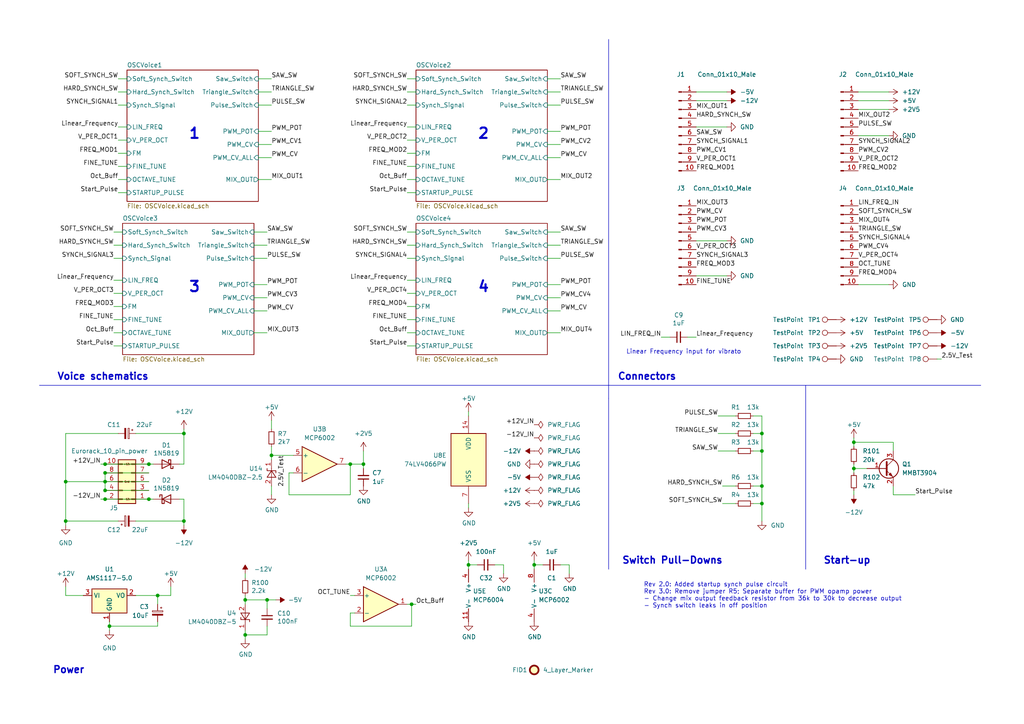
<source format=kicad_sch>
(kicad_sch (version 20230121) (generator eeschema)
  (paper "A4")
  (title_block (title "Quadraphone Components") (date "2023-04-04") (rev "3.0") (company "Mountjoy Modular"))
  (lib_symbols
    (symbol "4xxx:4066" (pin_names (offset 1.016))
      (property "Reference" "U" (at -7.62 8.89 0))
      (property "Value" "4066" (at -7.62 -8.89 0))
      (symbol "4066_1_0"
        (pin passive line (at -7.62 0 0) (length 5.08) (name "~") (number "1"))
        (pin input line (at 0 7.62 270) (length 5.08) (name "~") (number "13"))
        (pin passive line (at 7.62 0 180) (length 5.08) (name "~") (number "2"))
      )
      (symbol "4066_2_0"
        (pin passive line (at 7.62 0 180) (length 5.08) (name "~") (number "3"))
        (pin passive line (at -7.62 0 0) (length 5.08) (name "~") (number "4"))
        (pin input line (at 0 7.62 270) (length 5.08) (name "~") (number "5"))
      )
      (symbol "4066_3_0"
        (pin input line (at 0 7.62 270) (length 5.08) (name "~") (number "6"))
        (pin passive line (at -7.62 0 0) (length 5.08) (name "~") (number "8"))
        (pin passive line (at 7.62 0 180) (length 5.08) (name "~") (number "9"))
      )
      (symbol "4066_4_0"
        (pin passive line (at 7.62 0 180) (length 5.08) (name "~") (number "10"))
        (pin passive line (at -7.62 0 0) (length 5.08) (name "~") (number "11"))
        (pin input line (at 0 7.62 270) (length 5.08) (name "~") (number "12"))
      )
      (symbol "4066_5_0"
        (pin power_in line (at 0 12.7 270) (length 5.08) (name "VDD") (number "14"))
        (pin power_in line (at 0 -12.7 90) (length 5.08) (name "VSS") (number "7"))
      )
    )
    (symbol "Amplifier_Operational:MCP6002-xSN" (pin_names (offset 0.127))
      (property "Reference" "U" (at 0 5.08 0))
      (property "Value" "MCP6002-xSN" (at 0 -5.08 0))
      (symbol "MCP6002-xSN_1_1"
        (pin output line (at 7.62 0 180) (length 2.54) (name "~") (number "1"))
        (pin input line (at -7.62 -2.54 0) (length 2.54) (name "-") (number "2"))
        (pin input line (at -7.62 2.54 0) (length 2.54) (name "+") (number "3"))
      )
      (symbol "MCP6002-xSN_2_1"
        (pin input line (at -7.62 2.54 0) (length 2.54) (name "+") (number "5"))
        (pin input line (at -7.62 -2.54 0) (length 2.54) (name "-") (number "6"))
        (pin output line (at 7.62 0 180) (length 2.54) (name "~") (number "7"))
      )
      (symbol "MCP6002-xSN_3_1"
        (pin power_in line (at -2.54 -7.62 90) (length 3.81) (name "V-") (number "4"))
        (pin power_in line (at -2.54 7.62 270) (length 3.81) (name "V+") (number "8"))
      )
    )
    (symbol "Amplifier_Operational:MCP6004" (pin_names (offset 0.127))
      (property "Reference" "U" (at 0 5.08 0))
      (property "Value" "MCP6004" (at 0 -5.08 0))
      (symbol "MCP6004_1_1"
        (pin output line (at 7.62 0 180) (length 2.54) (name "~") (number "1"))
        (pin input line (at -7.62 -2.54 0) (length 2.54) (name "-") (number "2"))
        (pin input line (at -7.62 2.54 0) (length 2.54) (name "+") (number "3"))
      )
      (symbol "MCP6004_2_1"
        (pin input line (at -7.62 2.54 0) (length 2.54) (name "+") (number "5"))
        (pin input line (at -7.62 -2.54 0) (length 2.54) (name "-") (number "6"))
        (pin output line (at 7.62 0 180) (length 2.54) (name "~") (number "7"))
      )
      (symbol "MCP6004_3_1"
        (pin input line (at -7.62 2.54 0) (length 2.54) (name "+") (number "10"))
        (pin output line (at 7.62 0 180) (length 2.54) (name "~") (number "8"))
        (pin input line (at -7.62 -2.54 0) (length 2.54) (name "-") (number "9"))
      )
      (symbol "MCP6004_4_1"
        (pin input line (at -7.62 2.54 0) (length 2.54) (name "+") (number "12"))
        (pin input line (at -7.62 -2.54 0) (length 2.54) (name "-") (number "13"))
        (pin output line (at 7.62 0 180) (length 2.54) (name "~") (number "14"))
      )
      (symbol "MCP6004_5_1"
        (pin power_in line (at -2.54 -7.62 90) (length 3.81) (name "V-") (number "11"))
        (pin power_in line (at -2.54 7.62 270) (length 3.81) (name "V+") (number "4"))
      )
    )
    (symbol "Connector:Conn_01x10_Pin" (pin_names (offset 1.016) hide)
      (property "Reference" "J" (at 0 12.7 0))
      (property "Value" "Conn_01x10_Pin" (at 0 -15.24 0))
      (symbol "Conn_01x10_Pin_1_1"
        (pin passive line (at 5.08 10.16 180) (length 3.81) (name "Pin_1") (number "1"))
        (pin passive line (at 5.08 -12.7 180) (length 3.81) (name "Pin_10") (number "10"))
        (pin passive line (at 5.08 7.62 180) (length 3.81) (name "Pin_2") (number "2"))
        (pin passive line (at 5.08 5.08 180) (length 3.81) (name "Pin_3") (number "3"))
        (pin passive line (at 5.08 2.54 180) (length 3.81) (name "Pin_4") (number "4"))
        (pin passive line (at 5.08 0 180) (length 3.81) (name "Pin_5") (number "5"))
        (pin passive line (at 5.08 -2.54 180) (length 3.81) (name "Pin_6") (number "6"))
        (pin passive line (at 5.08 -5.08 180) (length 3.81) (name "Pin_7") (number "7"))
        (pin passive line (at 5.08 -7.62 180) (length 3.81) (name "Pin_8") (number "8"))
        (pin passive line (at 5.08 -10.16 180) (length 3.81) (name "Pin_9") (number "9"))
      )
    )
    (symbol "Connector:TestPoint" (pin_numbers hide) (pin_names (offset 0.762) hide)
      (property "Reference" "TP" (at 0 6.858 0))
      (property "Value" "TestPoint" (at 0 5.08 0))
      (symbol "TestPoint_1_1"
        (pin passive line (at 0 0 90) (length 2.54) (name "1") (number "1"))
      )
    )
    (symbol "Device:C_Polarized_Small" (pin_numbers hide) (pin_names (offset 0.254) hide)
      (property "Reference" "C" (at 0.254 1.778 0))
      (property "Value" "C_Polarized_Small" (at 0.254 -2.032 0))
      (symbol "C_Polarized_Small_1_1"
        (pin passive line (at 0 2.54 270) (length 1.8542) (name "~") (number "1"))
        (pin passive line (at 0 -2.54 90) (length 1.8542) (name "~") (number "2"))
      )
    )
    (symbol "Device:C_Small" (pin_numbers hide) (pin_names (offset 0.254) hide)
      (property "Reference" "C" (at 0.254 1.778 0))
      (property "Value" "C_Small" (at 0.254 -2.032 0))
      (symbol "C_Small_1_1"
        (pin passive line (at 0 2.54 270) (length 2.032) (name "~") (number "1"))
        (pin passive line (at 0 -2.54 90) (length 2.032) (name "~") (number "2"))
      )
    )
    (symbol "Device:R_Small" (pin_numbers hide) (pin_names (offset 0.254) hide)
      (property "Reference" "R" (at 0.762 0.508 0))
      (property "Value" "R_Small" (at 0.762 -1.016 0))
      (symbol "R_Small_1_1"
        (pin passive line (at 0 2.54 270) (length 0.762) (name "~") (number "1"))
        (pin passive line (at 0 -2.54 90) (length 0.762) (name "~") (number "2"))
      )
    )
    (symbol "Diode:1N5819" (pin_numbers hide) (pin_names (offset 1.016) hide)
      (property "Reference" "D" (at 0 2.54 0))
      (property "Value" "1N5819" (at 0 -2.54 0))
      (symbol "1N5819_1_1"
        (pin passive line (at -3.81 0 0) (length 2.54) (name "K") (number "1"))
        (pin passive line (at 3.81 0 180) (length 2.54) (name "A") (number "2"))
      )
    )
    (symbol "Eurorack_Header:Eurorack_10_pin_power" (pin_names (offset 1.016) hide)
      (property "Reference" "J" (at 1.27 7.62 0))
      (property "Value" "Eurorack_10_pin_power" (at 1.27 -7.62 0))
      (symbol "Eurorack_10_pin_power_1_0"
        (text "+12v" (at 1.27 -5.08 0) (effects (font (size 0.508 0.508))))
        (text "-12v" (at 1.27 5.08 0) (effects (font (size 0.508 0.508))))
        (text "Gnd" (at 1.27 0 0) (effects (font (size 0.508 0.508))))
      )
      (symbol "Eurorack_10_pin_power_1_1"
        (pin power_in line (at -5.08 5.08 0) (length 3.81) (name "Pin_1") (number "1"))
        (pin passive line (at 7.62 -5.08 180) (length 3.81) (name "Pin_10") (number "10"))
        (pin passive line (at 7.62 5.08 180) (length 3.81) (name "Pin_2") (number "2"))
        (pin passive line (at -5.08 2.54 0) (length 3.81) (name "Pin_3") (number "3"))
        (pin passive line (at 7.62 2.54 180) (length 3.81) (name "Pin_4") (number "4"))
        (pin power_in line (at -5.08 0 0) (length 3.81) (name "Pin_5") (number "5"))
        (pin passive line (at 7.62 0 180) (length 3.81) (name "Pin_6") (number "6"))
        (pin passive line (at -5.08 -2.54 0) (length 3.81) (name "Pin_7") (number "7"))
        (pin passive line (at 7.62 -2.54 180) (length 3.81) (name "Pin_8") (number "8"))
        (pin power_in line (at -5.08 -5.08 0) (length 3.81) (name "Pin_9") (number "9"))
      )
    )
    (symbol "Mechanical:Fiducial"
      (property "Reference" "FID" (at 0 5.08 0))
      (property "Value" "Fiducial" (at 0 3.175 0))
    )
    (symbol "Reference_Voltage:LM4040DBZ-2.5" (pin_names (offset 0.0254) hide)
      (property "Reference" "U" (at 0 2.54 0))
      (property "Value" "LM4040DBZ-2.5" (at 0 -3.175 0))
      (symbol "LM4040DBZ-2.5_1_1"
        (pin passive line (at 3.81 0 180) (length 2.54) (name "K") (number "1"))
        (pin passive line (at -3.81 0 0) (length 2.54) (name "A") (number "2"))
      )
    )
    (symbol "Reference_Voltage:LM4040DBZ-5" (pin_names (offset 0.0254) hide)
      (property "Reference" "U" (at 0 2.54 0))
      (property "Value" "LM4040DBZ-5" (at 0 -3.175 0))
      (symbol "LM4040DBZ-5_1_1"
        (pin passive line (at 3.81 0 180) (length 2.54) (name "K") (number "1"))
        (pin passive line (at -3.81 0 0) (length 2.54) (name "A") (number "2"))
      )
    )
    (symbol "Regulator_Linear:AMS1117-5.0"
      (property "Reference" "U" (at -3.81 3.175 0))
      (property "Value" "AMS1117-5.0" (at 0 3.175 0))
      (symbol "AMS1117-5.0_1_1"
        (pin power_in line (at 0 -7.62 90) (length 2.54) (name "GND") (number "1"))
        (pin power_out line (at 7.62 0 180) (length 2.54) (name "VO") (number "2"))
        (pin power_in line (at -7.62 0 0) (length 2.54) (name "VI") (number "3"))
      )
    )
    (symbol "Transistor_BJT:MMBT3904" (pin_names (offset 0) hide)
      (property "Reference" "Q" (at 5.08 1.905 0))
      (property "Value" "MMBT3904" (at 5.08 0 0))
      (symbol "MMBT3904_1_1"
        (pin input line (at -5.08 0 0) (length 5.715) (name "B") (number "1"))
        (pin passive line (at 2.54 -5.08 90) (length 2.54) (name "E") (number "2"))
        (pin passive line (at 2.54 5.08 270) (length 2.54) (name "C") (number "3"))
      )
    )
    (symbol "power:+12V" (power) (pin_names (offset 0))
      (property "Value" "+12V" (at 0 3.556 0))
      (symbol "+12V_1_1"
        (pin power_in line (at 0 0 90) (length 0) hide (name "+12V") (number "1"))
      )
    )
    (symbol "power:+2V5" (power) (pin_names (offset 0))
      (property "Value" "+2V5" (at 0 3.556 0))
      (symbol "+2V5_1_1"
        (pin power_in line (at 0 0 90) (length 0) hide (name "+2V5") (number "1"))
      )
    )
    (symbol "power:+5V" (power) (pin_names (offset 0))
      (property "Value" "+5V" (at 0 3.556 0))
      (symbol "+5V_1_1"
        (pin power_in line (at 0 0 90) (length 0) hide (name "+5V") (number "1"))
      )
    )
    (symbol "power:-12V" (power) (pin_names (offset 0))
      (property "Value" "-12V" (at 0 3.81 0))
      (symbol "-12V_0_0"
        (pin power_in line (at 0 0 90) (length 0) hide (name "-12V") (number "1"))
      )
    )
    (symbol "power:-5V" (power) (pin_names (offset 0))
      (property "Value" "-5V" (at 0 3.81 0))
      (symbol "-5V_0_0"
        (pin power_in line (at 0 0 90) (length 0) hide (name "-5V") (number "1"))
      )
    )
    (symbol "power:GND" (power) (pin_names (offset 0))
      (property "Value" "GND" (at 0 -3.81 0))
      (symbol "GND_1_1"
        (pin power_in line (at 0 0 270) (length 0) hide (name "GND") (number "1"))
      )
    )
    (symbol "power:PWR_FLAG" (power) (pin_numbers hide) (pin_names (offset 0) hide)
      (property "Value" "PWR_FLAG" (at 0 3.81 0))
      (symbol "PWR_FLAG_0_0"
        (pin power_out line (at 0 0 90) (length 0) (name "pwr") (number "1"))
      )
    )
  )
  (junction (at 135.89 163.83))
  (junction (at 220.98 140.97))
  (junction (at 19.05 139.7))
  (junction (at 220.98 125.73))
  (junction (at 30.48 134.62))
  (junction (at 30.48 139.7))
  (junction (at 247.65 128.27))
  (junction (at 30.48 142.24))
  (junction (at 105.41 134.62))
  (junction (at 45.72 172.72))
  (junction (at 77.47 173.99))
  (junction (at 119.38 175.26))
  (junction (at 43.18 144.78))
  (junction (at 19.05 151.13))
  (junction (at 220.98 130.81))
  (junction (at 247.65 135.89))
  (junction (at 78.74 132.08))
  (junction (at 31.75 181.61))
  (junction (at 30.48 144.78))
  (junction (at 30.48 137.16))
  (junction (at 220.98 146.05))
  (junction (at 71.12 173.99))
  (junction (at 53.34 151.13))
  (junction (at 71.12 184.15))
  (junction (at 53.34 125.73))
  (junction (at 154.94 163.83))
  (junction (at 101.6 134.62))
  (junction (at 43.18 134.62))
  (wire (pts (xy 101.6 181.61) (xy 101.6 177.8)))
  (wire (pts (xy 101.6 143.51) (xy 83.82 143.51)))
  (wire (pts (xy 33.02 88.9) (xy 35.56 88.9)))
  (wire (pts (xy 154.94 162.56) (xy 154.94 163.83)))
  (wire (pts (xy 210.82 36.83) (xy 201.93 36.83)))
  (wire (pts (xy 101.6 134.62) (xy 105.41 134.62)))
  (wire (pts (xy 33.02 81.28) (xy 35.56 81.28)))
  (wire (pts (xy 74.93 38.1) (xy 78.74 38.1)))
  (wire (pts (xy 83.82 137.16) (xy 85.09 137.16)))
  (wire (pts (xy 73.66 71.12) (xy 77.47 71.12)))
  (wire (pts (xy 165.1 163.83) (xy 165.1 166.37)))
  (wire (pts (xy 78.74 140.97) (xy 78.74 143.51)))
  (wire (pts (xy 52.07 134.62) (xy 53.34 134.62)))
  (wire (pts (xy 34.29 44.45) (xy 36.83 44.45)))
  (wire (pts (xy 19.05 139.7) (xy 30.48 139.7)))
  (wire (pts (xy 118.11 71.12) (xy 120.65 71.12)))
  (wire (pts (xy 74.93 30.48) (xy 78.74 30.48)))
  (wire (pts (xy 118.11 40.64) (xy 120.65 40.64)))
  (wire (pts (xy 135.89 163.83) (xy 138.43 163.83)))
  (wire (pts (xy 218.44 125.73) (xy 220.98 125.73)))
  (wire (pts (xy 74.93 41.91) (xy 78.74 41.91)))
  (wire (pts (xy 218.44 140.97) (xy 220.98 140.97)))
  (wire (pts (xy 220.98 146.05) (xy 220.98 151.13)))
  (wire (pts (xy 33.02 74.93) (xy 35.56 74.93)))
  (wire (pts (xy 34.29 55.88) (xy 36.83 55.88)))
  (wire (pts (xy 158.75 26.67) (xy 162.56 26.67)))
  (wire (pts (xy 45.72 172.72) (xy 49.53 172.72)))
  (wire (pts (xy 45.72 172.72) (xy 45.72 175.26)))
  (wire (pts (xy 30.48 137.16) (xy 30.48 139.7)))
  (wire (pts (xy 210.82 69.85) (xy 201.93 69.85)))
  (wire (pts (xy 118.11 92.71) (xy 120.65 92.71)))
  (wire (pts (xy 77.47 173.99) (xy 77.47 176.53)))
  (wire (pts (xy 257.81 29.21) (xy 248.92 29.21)))
  (wire (pts (xy 74.93 26.67) (xy 78.74 26.67)))
  (wire (pts (xy 158.75 67.31) (xy 162.56 67.31)))
  (wire (pts (xy 71.12 173.99) (xy 71.12 175.26)))
  (wire (pts (xy 118.11 88.9) (xy 120.65 88.9)))
  (wire (pts (xy 43.18 144.78) (xy 44.45 144.78)))
  (wire (pts (xy 34.29 40.64) (xy 36.83 40.64)))
  (wire (pts (xy 101.6 134.62) (xy 101.6 143.51)))
  (wire (pts (xy 158.75 41.91) (xy 162.56 41.91)))
  (wire (pts (xy 80.01 173.99) (xy 77.47 173.99)))
  (wire (pts (xy 162.56 163.83) (xy 165.1 163.83)))
  (wire (pts (xy 43.18 134.62) (xy 44.45 134.62)))
  (wire (pts (xy 105.41 134.62) (xy 105.41 135.89)))
  (wire (pts (xy 29.21 134.62) (xy 30.48 134.62)))
  (wire (pts (xy 19.05 152.4) (xy 19.05 151.13)))
  (wire (pts (xy 52.07 144.78) (xy 53.34 144.78)))
  (wire (pts (xy 208.28 125.73) (xy 213.36 125.73)))
  (wire (pts (xy 208.28 120.65) (xy 213.36 120.65)))
  (wire (pts (xy 19.05 170.18) (xy 19.05 172.72)))
  (wire (pts (xy 271.78 104.14) (xy 273.05 104.14)))
  (wire (pts (xy 247.65 128.27) (xy 247.65 129.54)))
  (wire (pts (xy 77.47 173.99) (xy 71.12 173.99)))
  (wire (pts (xy 199.39 97.79) (xy 201.93 97.79)))
  (wire (pts (xy 158.75 86.36) (xy 162.56 86.36)))
  (wire (pts (xy 118.11 30.48) (xy 120.65 30.48)))
  (wire (pts (xy 39.37 125.73) (xy 53.34 125.73)))
  (wire (pts (xy 33.02 100.33) (xy 35.56 100.33)))
  (wire (pts (xy 74.93 52.07) (xy 78.74 52.07)))
  (wire (pts (xy 43.18 142.24) (xy 30.48 142.24)))
  (wire (pts (xy 218.44 146.05) (xy 220.98 146.05)))
  (wire (pts (xy 146.05 163.83) (xy 146.05 166.37)))
  (wire (pts (xy 135.89 163.83) (xy 135.89 165.1)))
  (wire (pts (xy 191.77 97.79) (xy 194.31 97.79)))
  (wire (pts (xy 78.74 132.08) (xy 78.74 133.35)))
  (wire (pts (xy 30.48 139.7) (xy 30.48 142.24)))
  (wire (pts (xy 118.11 55.88) (xy 120.65 55.88)))
  (wire (pts (xy 33.02 85.09) (xy 35.56 85.09)))
  (wire (pts (xy 158.75 38.1) (xy 162.56 38.1)))
  (wire (pts (xy 30.48 134.62) (xy 43.18 134.62)))
  (wire (pts (xy 118.11 85.09) (xy 120.65 85.09)))
  (wire (pts (xy 73.66 90.17) (xy 77.47 90.17)))
  (wire (pts (xy 29.21 144.78) (xy 30.48 144.78)))
  (wire (pts (xy 74.93 22.86) (xy 78.74 22.86)))
  (wire (pts (xy 210.82 80.01) (xy 201.93 80.01)))
  (wire (pts (xy 118.11 44.45) (xy 120.65 44.45)))
  (wire (pts (xy 34.29 52.07) (xy 36.83 52.07)))
  (wire (pts (xy 158.75 52.07) (xy 162.56 52.07)))
  (wire (pts (xy 73.66 74.93) (xy 77.47 74.93)))
  (wire (pts (xy 158.75 22.86) (xy 162.56 22.86)))
  (wire (pts (xy 119.38 175.26) (xy 119.38 181.61)))
  (wire (pts (xy 158.75 71.12) (xy 162.56 71.12)))
  (wire (pts (xy 218.44 130.81) (xy 220.98 130.81)))
  (wire (pts (xy 259.08 128.27) (xy 259.08 130.81)))
  (wire (pts (xy 45.72 181.61) (xy 31.75 181.61)))
  (wire (pts (xy 118.11 100.33) (xy 120.65 100.33)))
  (wire (pts (xy 220.98 125.73) (xy 220.98 130.81)))
  (wire (pts (xy 218.44 120.65) (xy 220.98 120.65)))
  (wire (pts (xy 53.34 144.78) (xy 53.34 151.13)))
  (wire (pts (xy 74.93 45.72) (xy 78.74 45.72)))
  (wire (pts (xy 158.75 96.52) (xy 162.56 96.52)))
  (wire (pts (xy 53.34 134.62) (xy 53.34 125.73)))
  (wire (pts (xy 247.65 127) (xy 247.65 128.27)))
  (wire (pts (xy 158.75 82.55) (xy 162.56 82.55)))
  (wire (pts (xy 257.81 82.55) (xy 248.92 82.55)))
  (wire (pts (xy 34.29 30.48) (xy 36.83 30.48)))
  (polyline (pts (xy 176.53 165.1) (xy 176.53 115.57)))
  (wire (pts (xy 33.02 67.31) (xy 35.56 67.31)))
  (wire (pts (xy 118.11 81.28) (xy 120.65 81.28)))
  (wire (pts (xy 247.65 135.89) (xy 247.65 137.16)))
  (wire (pts (xy 30.48 139.7) (xy 43.18 139.7)))
  (polyline (pts (xy 11.43 111.76) (xy 176.53 111.76)))
  (wire (pts (xy 53.34 124.46) (xy 53.34 125.73)))
  (wire (pts (xy 71.12 172.72) (xy 71.12 173.99)))
  (wire (pts (xy 19.05 151.13) (xy 34.29 151.13)))
  (wire (pts (xy 83.82 143.51) (xy 83.82 137.16)))
  (wire (pts (xy 119.38 181.61) (xy 101.6 181.61)))
  (wire (pts (xy 45.72 180.34) (xy 45.72 181.61)))
  (wire (pts (xy 71.12 182.88) (xy 71.12 184.15)))
  (wire (pts (xy 143.51 163.83) (xy 146.05 163.83)))
  (wire (pts (xy 257.81 39.37) (xy 248.92 39.37)))
  (wire (pts (xy 71.12 184.15) (xy 77.47 184.15)))
  (wire (pts (xy 34.29 22.86) (xy 36.83 22.86)))
  (wire (pts (xy 210.82 26.67) (xy 201.93 26.67)))
  (wire (pts (xy 34.29 26.67) (xy 36.83 26.67)))
  (wire (pts (xy 30.48 144.78) (xy 43.18 144.78)))
  (wire (pts (xy 118.11 22.86) (xy 120.65 22.86)))
  (wire (pts (xy 78.74 132.08) (xy 85.09 132.08)))
  (wire (pts (xy 78.74 121.92) (xy 78.74 124.46)))
  (wire (pts (xy 49.53 172.72) (xy 49.53 170.18)))
  (wire (pts (xy 154.94 165.1) (xy 154.94 163.83)))
  (wire (pts (xy 34.29 48.26) (xy 36.83 48.26)))
  (wire (pts (xy 19.05 139.7) (xy 19.05 151.13)))
  (wire (pts (xy 158.75 45.72) (xy 162.56 45.72)))
  (polyline (pts (xy 176.53 111.76) (xy 284.48 111.76)))
  (wire (pts (xy 71.12 184.15) (xy 71.12 185.42)))
  (wire (pts (xy 247.65 135.89) (xy 251.46 135.89)))
  (wire (pts (xy 118.11 175.26) (xy 119.38 175.26)))
  (wire (pts (xy 77.47 181.61) (xy 77.47 184.15)))
  (wire (pts (xy 118.11 48.26) (xy 120.65 48.26)))
  (wire (pts (xy 158.75 30.48) (xy 162.56 30.48)))
  (wire (pts (xy 208.28 130.81) (xy 213.36 130.81)))
  (wire (pts (xy 220.98 120.65) (xy 220.98 125.73)))
  (wire (pts (xy 259.08 140.97) (xy 259.08 143.51)))
  (wire (pts (xy 257.81 31.75) (xy 248.92 31.75)))
  (wire (pts (xy 247.65 142.24) (xy 247.65 143.51)))
  (wire (pts (xy 19.05 172.72) (xy 24.13 172.72)))
  (wire (pts (xy 209.55 146.05) (xy 213.36 146.05)))
  (wire (pts (xy 247.65 128.27) (xy 259.08 128.27)))
  (wire (pts (xy 73.66 67.31) (xy 77.47 67.31)))
  (wire (pts (xy 119.38 175.26) (xy 120.65 175.26)))
  (wire (pts (xy 102.87 172.72) (xy 101.6 172.72)))
  (wire (pts (xy 247.65 134.62) (xy 247.65 135.89)))
  (wire (pts (xy 220.98 130.81) (xy 220.98 140.97)))
  (wire (pts (xy 118.11 52.07) (xy 120.65 52.07)))
  (wire (pts (xy 105.41 130.81) (xy 105.41 134.62)))
  (wire (pts (xy 118.11 26.67) (xy 120.65 26.67)))
  (wire (pts (xy 209.55 140.97) (xy 213.36 140.97)))
  (wire (pts (xy 43.18 137.16) (xy 30.48 137.16)))
  (polyline (pts (xy 233.68 165.1) (xy 233.68 111.76)))
  (wire (pts (xy 158.75 74.93) (xy 162.56 74.93)))
  (wire (pts (xy 154.94 163.83) (xy 157.48 163.83)))
  (wire (pts (xy 53.34 151.13) (xy 53.34 152.4)))
  (wire (pts (xy 31.75 181.61) (xy 31.75 182.88)))
  (wire (pts (xy 19.05 125.73) (xy 19.05 139.7)))
  (wire (pts (xy 73.66 82.55) (xy 77.47 82.55)))
  (wire (pts (xy 39.37 172.72) (xy 45.72 172.72)))
  (wire (pts (xy 259.08 143.51) (xy 265.43 143.51)))
  (wire (pts (xy 135.89 146.05) (xy 135.89 147.32)))
  (wire (pts (xy 210.82 29.21) (xy 201.93 29.21)))
  (wire (pts (xy 118.11 67.31) (xy 120.65 67.31)))
  (wire (pts (xy 257.81 26.67) (xy 248.92 26.67)))
  (wire (pts (xy 100.33 134.62) (xy 101.6 134.62)))
  (wire (pts (xy 135.89 162.56) (xy 135.89 163.83)))
  (wire (pts (xy 220.98 140.97) (xy 220.98 146.05)))
  (wire (pts (xy 19.05 125.73) (xy 34.29 125.73)))
  (wire (pts (xy 118.11 36.83) (xy 120.65 36.83)))
  (wire (pts (xy 73.66 86.36) (xy 77.47 86.36)))
  (wire (pts (xy 118.11 74.93) (xy 120.65 74.93)))
  (wire (pts (xy 118.11 96.52) (xy 120.65 96.52)))
  (wire (pts (xy 78.74 129.54) (xy 78.74 132.08)))
  (wire (pts (xy 135.89 119.38) (xy 135.89 120.65)))
  (wire (pts (xy 71.12 166.37) (xy 71.12 167.64)))
  (wire (pts (xy 34.29 36.83) (xy 36.83 36.83)))
  (wire (pts (xy 33.02 92.71) (xy 35.56 92.71)))
  (wire (pts (xy 31.75 180.34) (xy 31.75 181.61)))
  (wire (pts (xy 33.02 96.52) (xy 35.56 96.52)))
  (wire (pts (xy 39.37 151.13) (xy 53.34 151.13)))
  (wire (pts (xy 33.02 71.12) (xy 35.56 71.12)))
  (polyline (pts (xy 176.53 11.43) (xy 176.53 115.57)))
  (wire (pts (xy 158.75 90.17) (xy 162.56 90.17)))
  (wire (pts (xy 73.66 96.52) (xy 77.47 96.52)))
  (wire (pts (xy 101.6 177.8) (xy 102.87 177.8)))
  (text "Rev 2.0: Added startup synch pulse circuit\nRev 3.0: Remove jumper R5; Separate buffer for PWM opamp power\n- Change mix output feedback resistor from 36k to 30k to decrease output\n- Synch switch leaks in off position" (at 186.69 176.53 0) (effects (font (size 1.27 1.27)) (justify left bottom)))
  (text "Linear Frequency input for vibrato" (at 181.61 102.87 0) (effects (font (size 1.27 1.27)) (justify left bottom)))
  (text "3" (at 54.61 85.09 0) (effects (font (size 3 3) (thickness 0.6) bold) (justify left bottom)))
  (text "Start-up" (at 238.76 163.83 0) (effects (font (size 2 2) (thickness 0.4) bold) (justify left bottom)))
  (text "Switch Pull-Downs" (at 180.34 163.83 0) (effects (font (size 2 2) (thickness 0.4) bold) (justify left bottom)))
  (text "Connectors" (at 179.07 110.49 0) (effects (font (size 2 2) (thickness 0.4) bold) (justify left bottom)))
  (text "Power" (at 15.24 195.58 0) (effects (font (size 2 2) (thickness 0.4) bold) (justify left bottom)))
  (text "4" (at 138.43 85.09 0) (effects (font (size 3 3) (thickness 0.6) bold) (justify left bottom)))
  (text "2" (at 138.43 40.64 0) (effects (font (size 3 3) (thickness 0.6) bold) (justify left bottom)))
  (text "1" (at 54.61 40.64 0) (effects (font (size 3 3) (thickness 0.6) bold) (justify left bottom)))
  (text "Voice schematics" (at 16.51 110.49 0) (effects (font (size 2 2) (thickness 0.4) bold) (justify left bottom)))
  (label "PWM_CV3" (at 201.93 67.31 0))
  (label "PWM_POT" (at 162.56 82.55 0))
  (label "2.5V_Test" (at 82.55 132.08 270))
  (label "HARD_SYNCH_SW" (at 118.11 71.12 180))
  (label "SAW_SW" (at 77.47 67.31 0))
  (label "Oct_Buff" (at 120.65 175.26 0))
  (label "SYNCH_SIGNAL2" (at 118.11 30.48 180))
  (label "PWM_CV1" (at 78.74 41.91 0))
  (label "PULSE_SW" (at 208.28 120.65 180))
  (label "MIX_OUT1" (at 78.74 52.07 0))
  (label "Start_Pulse" (at 118.11 55.88 180))
  (label "Linear_Frequency" (at 118.11 81.28 180))
  (label "SYNCH_SIGNAL4" (at 248.92 69.85 0))
  (label "OCT_TUNE" (at 248.92 77.47 0))
  (label "TRIANGLE_SW" (at 162.56 71.12 0))
  (label "Linear_Frequency" (at 201.93 97.79 0))
  (label "Oct_Buff" (at 118.11 52.07 180))
  (label "V_PER_OCT2" (at 118.11 40.64 180))
  (label "SOFT_SYNCH_SW" (at 34.29 22.86 180))
  (label "SYNCH_SIGNAL4" (at 118.11 74.93 180))
  (label "TRIANGLE_SW" (at 77.47 71.12 0))
  (label "PULSE_SW" (at 77.47 74.93 0))
  (label "FINE_TUNE" (at 33.02 92.71 180))
  (label "PULSE_SW" (at 162.56 30.48 0))
  (label "V_PER_OCT1" (at 34.29 40.64 180))
  (label "SYNCH_SIGNAL2" (at 248.92 41.91 0))
  (label "HARD_SYNCH_SW" (at 201.93 34.29 0))
  (label "SYNCH_SIGNAL1" (at 34.29 30.48 180))
  (label "V_PER_OCT3" (at 201.93 72.39 0))
  (label "MIX_OUT4" (at 248.92 64.77 0))
  (label "V_PER_OCT4" (at 248.92 74.93 0))
  (label "TRIANGLE_SW" (at 162.56 26.67 0))
  (label "SYNCH_SIGNAL3" (at 201.93 74.93 0))
  (label "PWM_POT" (at 201.93 64.77 0))
  (label "FREQ_MOD3" (at 201.93 77.47 0))
  (label "SOFT_SYNCH_SW" (at 118.11 22.86 180))
  (label "PULSE_SW" (at 78.74 30.48 0))
  (label "V_PER_OCT4" (at 118.11 85.09 180))
  (label "PWM_CV" (at 78.74 45.72 0))
  (label "TRIANGLE_SW" (at 208.28 125.73 180))
  (label "+12V_IN" (at 154.94 123.19 180))
  (label "V_PER_OCT1" (at 201.93 46.99 0))
  (label "MIX_OUT2" (at 162.56 52.07 0))
  (label "PWM_CV" (at 77.47 90.17 0))
  (label "PWM_POT" (at 162.56 38.1 0))
  (label "-12V_IN" (at 29.21 144.78 180))
  (label "TRIANGLE_SW" (at 78.74 26.67 0))
  (label "SOFT_SYNCH_SW" (at 209.55 146.05 180))
  (label "Linear_Frequency" (at 118.11 36.83 180))
  (label "PULSE_SW" (at 248.92 36.83 0))
  (label "SAW_SW" (at 208.28 130.81 180))
  (label "+12V_IN" (at 29.21 134.62 180))
  (label "Oct_Buff" (at 118.11 96.52 180))
  (label "FREQ_MOD4" (at 118.11 88.9 180))
  (label "OCT_TUNE" (at 101.6 172.72 180))
  (label "Start_Pulse" (at 34.29 55.88 180))
  (label "Oct_Buff" (at 33.02 96.52 180))
  (label "Start_Pulse" (at 265.43 143.51 0))
  (label "SYNCH_SIGNAL1" (at 201.93 41.91 0))
  (label "PWM_CV4" (at 248.92 72.39 0))
  (label "FINE_TUNE" (at 118.11 92.71 180))
  (label "HARD_SYNCH_SW" (at 34.29 26.67 180))
  (label "PWM_POT" (at 77.47 82.55 0))
  (label "FINE_TUNE" (at 118.11 48.26 180))
  (label "LIN_FREQ_IN" (at 191.77 97.79 180))
  (label "PWM_CV3" (at 77.47 86.36 0))
  (label "Start_Pulse" (at 33.02 100.33 180))
  (label "SYNCH_SIGNAL3" (at 33.02 74.93 180))
  (label "FREQ_MOD1" (at 34.29 44.45 180))
  (label "SAW_SW" (at 162.56 67.31 0))
  (label "Oct_Buff" (at 34.29 52.07 180))
  (label "PWM_CV" (at 201.93 62.23 0))
  (label "FREQ_MOD3" (at 33.02 88.9 180))
  (label "V_PER_OCT3" (at 33.02 85.09 180))
  (label "PULSE_SW" (at 162.56 74.93 0))
  (label "FREQ_MOD1" (at 201.93 49.53 0))
  (label "MIX_OUT1" (at 201.93 31.75 0))
  (label "SAW_SW" (at 78.74 22.86 0))
  (label "MIX_OUT3" (at 77.47 96.52 0))
  (label "HARD_SYNCH_SW" (at 118.11 26.67 180))
  (label "PWM_CV" (at 162.56 45.72 0))
  (label "FREQ_MOD2" (at 118.11 44.45 180))
  (label "SOFT_SYNCH_SW" (at 33.02 67.31 180))
  (label "PWM_CV2" (at 248.92 44.45 0))
  (label "MIX_OUT2" (at 248.92 34.29 0))
  (label "Linear_Frequency" (at 33.02 81.28 180))
  (label "FREQ_MOD2" (at 248.92 49.53 0))
  (label "FREQ_MOD4" (at 248.92 80.01 0))
  (label "HARD_SYNCH_SW" (at 209.55 140.97 180))
  (label "PWM_CV1" (at 201.93 44.45 0))
  (label "SOFT_SYNCH_SW" (at 248.92 62.23 0))
  (label "SAW_SW" (at 201.93 39.37 0))
  (label "PWM_CV4" (at 162.56 86.36 0))
  (label "MIX_OUT4" (at 162.56 96.52 0))
  (label "HARD_SYNCH_SW" (at 33.02 71.12 180))
  (label "FINE_TUNE" (at 201.93 82.55 0))
  (label "-12V_IN" (at 154.94 127 180))
  (label "PWM_CV2" (at 162.56 41.91 0))
  (label "Start_Pulse" (at 118.11 100.33 180))
  (label "LIN_FREQ_IN" (at 248.92 59.69 0))
  (label "MIX_OUT3" (at 201.93 59.69 0))
  (label "TRIANGLE_SW" (at 248.92 67.31 0))
  (label "2.5V_Test" (at 273.05 104.14 0))
  (label "SAW_SW" (at 162.56 22.86 0))
  (label "FINE_TUNE" (at 34.29 48.26 180))
  (label "PWM_CV" (at 162.56 90.17 0))
  (label "PWM_POT" (at 78.74 38.1 0))
  (label "Linear_Frequency" (at 34.29 36.83 180))
  (label "V_PER_OCT2" (at 248.92 46.99 0))
  (label "SOFT_SYNCH_SW" (at 118.11 67.31 180))
  (symbol (lib_id "Eurorack_Header:Eurorack_10_pin_power") (at 38.1 139.7 180) (unit 1)
    (property "Reference" "J5" (at 33.02 147.32 0))
    (property "Value" "Eurorack_10_pin_power" (at 31.75 130.81 0))
    (property "Footprint" "Custom_Footprints:Eurorack_10_pin_header" (effects hide))
  )
  (symbol (lib_id "power:+5V") (at 49.53 170.18 0) (unit 1)
    (property "Reference" "#PWR03" (effects hide))
    (property "Value" "+5V" (at 49.53 166.37 0))
  )
  (symbol (lib_id "4xxx:4066") (at 135.89 133.35 0) (unit 5)
    (property "Reference" "U8" (at 129.54 132.0799 0) (effects (justify right)))
    (property "Value" "74LV4066PW" (at 129.54 134.6199 0) (effects (justify right)))
    (property "Footprint" "Package_SO:TSSOP-14_4.4x5mm_P0.65mm" (effects hide))
    (property "Datasheet" "http://www.ti.com/lit/ds/symlink/cd4066b.pdf" (effects hide))
  )
  (symbol (lib_id "Amplifier_Operational:MCP6002-xSN") (at 110.49 175.26 0) (unit 1)
    (property "Reference" "U3" (at 110.49 165.1 0))
    (property "Value" "MCP6002" (at 110.49 167.64 0))
    (property "Footprint" "Package_SO:SOIC-8_3.9x4.9mm_P1.27mm" (effects hide))
    (property "Datasheet" "http://ww1.microchip.com/downloads/en/DeviceDoc/21733j.pdf" (effects hide))
  )
  (symbol (lib_id "power:GND") (at 135.89 180.34 0) (unit 1)
    (property "Reference" "#PWR028" (effects hide))
    (property "Value" "GND" (at 136.017 184.7342 0))
  )
  (symbol (lib_id "power:-12V") (at 53.34 152.4 180) (unit 1)
    (property "Reference" "#PWR025" (effects hide))
    (property "Value" "-12V" (at 53.34 157.48 0))
  )
  (symbol (lib_id "power:PWR_FLAG") (at 154.94 123.19 270) (unit 1)
    (property "Reference" "#FLG0101" (effects hide))
    (property "Value" "PWR_FLAG" (at 158.75 123.19 90) (effects (justify left)))
  )
  (symbol (lib_id "power:GND") (at 105.41 140.97 0) (unit 1)
    (property "Reference" "#PWR0101" (effects hide))
    (property "Value" "GND" (at 105.537 145.3642 0))
  )
  (symbol (lib_id "power:PWR_FLAG") (at 154.94 134.62 270) (unit 1)
    (property "Reference" "#FLG0103" (effects hide))
    (property "Value" "PWR_FLAG" (at 158.75 134.62 90) (effects (justify left)))
  )
  (symbol (lib_id "power:GND") (at 257.81 39.37 90) (unit 1)
    (property "Reference" "#PWR018" (effects hide))
    (property "Value" "GND" (at 261.62 39.3699 90) (effects (justify right)))
  )
  (symbol (lib_id "Device:C_Polarized_Small") (at 36.83 125.73 270) (unit 1)
    (property "Reference" "C11" (at 33.02 123.19 90))
    (property "Value" "22uF" (at 41.91 123.19 90))
    (property "Footprint" "Capacitor_SMD:CP_Elec_4x5.8" (effects hide))
  )
  (symbol (lib_id "power:-12V") (at 71.12 166.37 0) (unit 1)
    (property "Reference" "#PWR010" (effects hide))
    (property "Value" "-12V" (at 73.66 165.0999 0) (effects (justify left)))
  )
  (symbol (lib_id "power:+5V") (at 247.65 127 0) (unit 1)
    (property "Reference" "#PWR0141" (effects hide))
    (property "Value" "+5V" (at 247.65 123.19 0))
  )
  (symbol (lib_id "power:PWR_FLAG") (at 154.94 138.43 270) (unit 1)
    (property "Reference" "#FLG0105" (effects hide))
    (property "Value" "PWR_FLAG" (at 158.75 138.43 90) (effects (justify left)))
  )
  (symbol (lib_id "power:+2V5") (at 257.81 31.75 270) (unit 1)
    (property "Reference" "#PWR019" (effects hide))
    (property "Value" "+2V5" (at 261.62 31.7499 90) (effects (justify left)))
  )
  (symbol (lib_id "Connector:Conn_01x10_Pin") (at 196.85 69.85 0) (unit 1)
    (property "Reference" "J3" (at 197.485 54.61 0))
    (property "Value" "Conn_01x10_Male" (at 209.55 54.61 0))
    (property "Footprint" "Connector_PinHeader_2.54mm:PinHeader_1x10_P2.54mm_Vertical" (effects hide))
  )
  (symbol (lib_id "Device:R_Small") (at 215.9 125.73 270) (unit 1)
    (property "Reference" "R2" (at 213.36 123.19 90))
    (property "Value" "13k" (at 218.44 123.19 90))
    (property "Footprint" "Resistor_SMD:R_0603_1608Metric" (effects hide))
  )
  (symbol (lib_id "power:+12V") (at 19.05 170.18 0) (mirror y) (unit 1)
    (property "Reference" "#PWR02" (effects hide))
    (property "Value" "+12V" (at 19.05 166.37 0))
  )
  (symbol (lib_id "Connector:Conn_01x10_Pin") (at 243.84 36.83 0) (unit 1)
    (property "Reference" "J2" (at 244.475 21.59 0))
    (property "Value" "Conn_01x10_Male" (at 256.54 21.59 0))
    (property "Footprint" "Connector_PinHeader_2.54mm:PinHeader_1x10_P2.54mm_Vertical" (effects hide))
  )
  (symbol (lib_id "Connector:TestPoint") (at 271.78 100.33 90) (unit 1) (in_bom no)
    (property "Reference" "TP7" (at 265.43 100.33 90))
    (property "Value" "TestPoint" (at 257.81 100.33 90))
    (property "Footprint" "Custom_Footprints:1.3mm_Test_Point" (effects hide))
  )
  (symbol (lib_id "Connector:TestPoint") (at 242.57 100.33 90) (unit 1) (in_bom no)
    (property "Reference" "TP3" (at 236.22 100.33 90))
    (property "Value" "TestPoint" (at 228.6 100.33 90))
    (property "Footprint" "Custom_Footprints:1.3mm_Test_Point" (effects hide))
  )
  (symbol (lib_id "power:GND") (at 146.05 166.37 0) (unit 1)
    (property "Reference" "#PWR013" (effects hide))
    (property "Value" "GND" (at 146.177 170.7642 0))
  )
  (symbol (lib_id "power:+2V5") (at 105.41 130.81 0) (unit 1)
    (property "Reference" "#PWR011" (effects hide))
    (property "Value" "+2V5" (at 105.41 125.73 0))
  )
  (symbol (lib_id "power:+2V5") (at 135.89 162.56 0) (unit 1)
    (property "Reference" "#PWR027" (effects hide))
    (property "Value" "+2V5" (at 135.89 157.48 0))
  )
  (symbol (lib_id "Device:C_Small") (at 105.41 138.43 180) (unit 1)
    (property "Reference" "C7" (at 107.95 137.1535 0) (effects (justify right)))
    (property "Value" "1uF" (at 107.95 139.6935 0) (effects (justify right)))
    (property "Footprint" "Capacitor_SMD:C_0603_1608Metric_Pad1.08x0.95mm_HandSolder" (effects hide))
  )
  (symbol (lib_id "Connector:TestPoint") (at 271.78 92.71 90) (unit 1) (in_bom no)
    (property "Reference" "TP5" (at 265.43 92.71 90))
    (property "Value" "TestPoint" (at 257.81 92.71 90))
    (property "Footprint" "Custom_Footprints:1.3mm_Test_Point" (effects hide))
  )
  (symbol (lib_id "Device:C_Small") (at 196.85 97.79 90) (unit 1)
    (property "Reference" "C9" (at 196.85 91.3892 90))
    (property "Value" "1uF" (at 196.85 93.7006 90))
    (property "Footprint" "Capacitor_SMD:C_0603_1608Metric_Pad1.08x0.95mm_HandSolder" (effects hide))
  )
  (symbol (lib_id "Device:C_Small") (at 140.97 163.83 90) (unit 1)
    (property "Reference" "C32" (at 140.97 167.64 90))
    (property "Value" "100nF" (at 140.9763 160.02 90))
    (property "Footprint" "Capacitor_SMD:C_0603_1608Metric_Pad1.08x0.95mm_HandSolder" (effects hide))
  )
  (symbol (lib_id "Device:C_Polarized_Small") (at 36.83 151.13 90) (unit 1)
    (property "Reference" "C12" (at 33.02 153.67 90))
    (property "Value" "22uF" (at 40.64 153.67 90))
    (property "Footprint" "Capacitor_SMD:CP_Elec_4x5.8" (effects hide))
  )
  (symbol (lib_id "power:PWR_FLAG") (at 154.94 146.05 270) (unit 1)
    (property "Reference" "#FLG0107" (effects hide))
    (property "Value" "PWR_FLAG" (at 158.75 146.05 90) (effects (justify left)))
  )
  (symbol (lib_id "Connector:TestPoint") (at 271.78 104.14 90) (unit 1) (in_bom no)
    (property "Reference" "TP8" (at 265.43 104.14 90))
    (property "Value" "TestPoint" (at 257.81 104.14 90))
    (property "Footprint" "Custom_Footprints:1.3mm_Test_Point" (effects hide))
  )
  (symbol (lib_id "Amplifier_Operational:MCP6002-xSN") (at 157.48 172.72 0) (unit 3)
    (property "Reference" "U3" (at 156.21 171.4499 0) (effects (justify left)))
    (property "Value" "MCP6002" (at 156.21 173.9899 0) (effects (justify left)))
    (property "Footprint" "Package_SO:SOIC-8_3.9x4.9mm_P1.27mm" (effects hide))
    (property "Datasheet" "http://ww1.microchip.com/downloads/en/DeviceDoc/21733j.pdf" (effects hide))
  )
  (symbol (lib_id "Connector:TestPoint") (at 271.78 96.52 90) (unit 1) (in_bom no)
    (property "Reference" "TP6" (at 265.43 96.52 90))
    (property "Value" "TestPoint" (at 257.81 96.52 90))
    (property "Footprint" "Custom_Footprints:1.3mm_Test_Point" (effects hide))
  )
  (symbol (lib_id "Device:R_Small") (at 247.65 139.7 0) (mirror y) (unit 1)
    (property "Reference" "R102" (at 250.19 138.4299 0) (effects (justify right)))
    (property "Value" "47k" (at 250.19 140.9699 0) (effects (justify right)))
    (property "Footprint" "Resistor_SMD:R_0603_1608Metric" (effects hide))
  )
  (symbol (lib_id "power:-5V") (at 271.78 96.52 270) (unit 1)
    (property "Reference" "#PWR029" (effects hide))
    (property "Value" "-5V" (at 275.59 96.5199 90) (effects (justify left)))
  )
  (symbol (lib_id "power:+12V") (at 257.81 26.67 270) (mirror x) (unit 1)
    (property "Reference" "#PWR039" (effects hide))
    (property "Value" "+12V" (at 261.62 26.6699 90) (effects (justify left)))
  )
  (symbol (lib_id "power:-5V") (at 210.82 26.67 270) (unit 1)
    (property "Reference" "#PWR0104" (effects hide))
    (property "Value" "-5V" (at 214.63 26.6699 90) (effects (justify left)))
  )
  (symbol (lib_id "power:GND") (at 71.12 185.42 0) (unit 1)
    (property "Reference" "#PWR012" (effects hide))
    (property "Value" "GND" (at 71.247 189.8142 0))
  )
  (symbol (lib_id "power:+2V5") (at 242.57 100.33 270) (unit 1)
    (property "Reference" "#PWR05" (effects hide))
    (property "Value" "+2V5" (at 246.38 100.3299 90) (effects (justify left)))
  )
  (symbol (lib_id "power:GND") (at 210.82 36.83 90) (unit 1)
    (property "Reference" "#PWR0137" (effects hide))
    (property "Value" "GND" (at 214.63 36.8299 90) (effects (justify right)))
  )
  (symbol (lib_id "Device:C_Polarized_Small") (at 45.72 177.8 0) (mirror y) (unit 1)
    (property "Reference" "C3" (at 43.18 175.9838 0) (effects (justify left)))
    (property "Value" "10uF" (at 43.18 178.5238 0) (effects (justify left)))
    (property "Footprint" "Capacitor_SMD:CP_Elec_4x5.7" (effects hide))
  )
  (symbol (lib_id "Reference_Voltage:LM4040DBZ-5") (at 71.12 179.07 270) (unit 1)
    (property "Reference" "U4" (at 68.58 177.7999 90) (effects (justify right)))
    (property "Value" "LM4040DBZ-5" (at 68.58 180.3399 90) (effects (justify right)))
    (property "Footprint" "Package_TO_SOT_SMD:SOT-23" (effects hide))
    (property "Datasheet" "http://www.ti.com/lit/ds/symlink/lm4040-n.pdf" (effects hide))
  )
  (symbol (lib_id "power:+12V") (at 154.94 142.24 90) (mirror x) (unit 1)
    (property "Reference" "#PWR0120" (effects hide))
    (property "Value" "+12V" (at 151.13 142.2399 90) (effects (justify left)))
  )
  (symbol (lib_id "power:-5V") (at 80.01 173.99 270) (unit 1)
    (property "Reference" "#PWR0102" (effects hide))
    (property "Value" "-5V" (at 87.63 173.99 90) (effects (justify right)))
  )
  (symbol (lib_id "power:GND") (at 271.78 92.71 90) (unit 1)
    (property "Reference" "#PWR026" (effects hide))
    (property "Value" "GND" (at 275.59 92.7099 90) (effects (justify right)))
  )
  (symbol (lib_id "Device:C_Small") (at 77.47 179.07 0) (unit 1)
    (property "Reference" "C10" (at 80.391 177.9016 0) (effects (justify left)))
    (property "Value" "100nF" (at 80.391 180.213 0) (effects (justify left)))
    (property "Footprint" "Capacitor_SMD:C_0603_1608Metric_Pad1.08x0.95mm_HandSolder" (effects hide))
  )
  (symbol (lib_id "Device:R_Small") (at 215.9 130.81 270) (unit 1)
    (property "Reference" "R3" (at 213.36 128.27 90))
    (property "Value" "13k" (at 218.44 128.27 90))
    (property "Footprint" "Resistor_SMD:R_0603_1608Metric" (effects hide))
  )
  (symbol (lib_id "power:-5V") (at 154.94 138.43 90) (unit 1)
    (property "Reference" "#PWR0119" (effects hide))
    (property "Value" "-5V" (at 151.13 138.4299 90) (effects (justify left)))
  )
  (symbol (lib_id "power:+5V") (at 154.94 162.56 0) (unit 1)
    (property "Reference" "#PWR09" (effects hide))
    (property "Value" "+5V" (at 154.94 157.48 0))
  )
  (symbol (lib_id "power:GND") (at 19.05 152.4 0) (unit 1)
    (property "Reference" "#PWR038" (effects hide))
    (property "Value" "GND" (at 19.05 157.48 0))
  )
  (symbol (lib_id "Amplifier_Operational:MCP6002-xSN") (at 92.71 134.62 0) (unit 2)
    (property "Reference" "U3" (at 92.71 124.46 0))
    (property "Value" "MCP6002" (at 92.71 127 0))
    (property "Footprint" "Package_SO:SOIC-8_3.9x4.9mm_P1.27mm" (effects hide))
    (property "Datasheet" "http://ww1.microchip.com/downloads/en/DeviceDoc/21733j.pdf" (effects hide))
  )
  (symbol (lib_id "power:GND") (at 135.89 147.32 0) (unit 1)
    (property "Reference" "#PWR0107" (effects hide))
    (property "Value" "GND" (at 136.017 151.7142 0))
  )
  (symbol (lib_id "Device:R_Small") (at 215.9 146.05 270) (unit 1)
    (property "Reference" "R4" (at 213.36 143.51 90))
    (property "Value" "13k" (at 218.44 143.51 90))
    (property "Footprint" "Resistor_SMD:R_0603_1608Metric" (effects hide))
  )
  (symbol (lib_id "power:GND") (at 220.98 151.13 0) (unit 1)
    (property "Reference" "#PWR0121" (effects hide))
    (property "Value" "GND" (at 223.52 152.3999 0) (effects (justify left)))
  )
  (symbol (lib_id "Device:R_Small") (at 71.12 170.18 0) (unit 1)
    (property "Reference" "R100" (at 72.898 169.0116 0) (effects (justify left)))
    (property "Value" "2.2k" (at 72.898 171.323 0) (effects (justify left)))
    (property "Footprint" "Resistor_SMD:R_0603_1608Metric" (effects hide))
  )
  (symbol (lib_id "power:-12V") (at 271.78 100.33 270) (unit 1)
    (property "Reference" "#PWR030" (effects hide))
    (property "Value" "-12V" (at 275.59 100.3299 90) (effects (justify left)))
  )
  (symbol (lib_id "Connector:TestPoint") (at 242.57 92.71 90) (unit 1) (in_bom no)
    (property "Reference" "TP1" (at 236.22 92.71 90))
    (property "Value" "TestPoint" (at 228.6 92.71 90))
    (property "Footprint" "Custom_Footprints:1.3mm_Test_Point" (effects hide))
  )
  (symbol (lib_id "power:-12V") (at 210.82 29.21 270) (unit 1)
    (property "Reference" "#PWR041" (effects hide))
    (property "Value" "-12V" (at 214.63 29.2099 90) (effects (justify left)))
  )
  (symbol (lib_id "power:GND") (at 242.57 104.14 90) (unit 1)
    (property "Reference" "#PWR07" (effects hide))
    (property "Value" "GND" (at 246.38 104.1399 90) (effects (justify right)))
  )
  (symbol (lib_id "power:GND") (at 154.94 180.34 0) (unit 1)
    (property "Reference" "#PWR024" (effects hide))
    (property "Value" "GND" (at 155.067 184.7342 0))
  )
  (symbol (lib_id "power:GND") (at 78.74 143.51 0) (unit 1)
    (property "Reference" "#PWR023" (effects hide))
    (property "Value" "GND" (at 78.867 147.9042 0))
  )
  (symbol (lib_id "Reference_Voltage:LM4040DBZ-2.5") (at 78.74 137.16 90) (unit 1)
    (property "Reference" "U14" (at 76.2 135.8899 90) (effects (justify left)))
    (property "Value" "LM4040DBZ-2.5" (at 76.2 138.4299 90) (effects (justify left)))
    (property "Footprint" "Package_TO_SOT_SMD:SOT-23" (effects hide))
    (property "Datasheet" "http://www.ti.com/lit/ds/symlink/lm4040-n.pdf" (effects hide))
  )
  (symbol (lib_id "Device:R_Small") (at 215.9 140.97 270) (unit 1)
    (property "Reference" "R6" (at 213.36 138.43 90))
    (property "Value" "13k" (at 218.44 138.43 90))
    (property "Footprint" "Resistor_SMD:R_0603_1608Metric" (effects hide))
  )
  (symbol (lib_id "Diode:1N5819") (at 48.26 144.78 0) (unit 1)
    (property "Reference" "D2" (at 48.26 139.2936 0))
    (property "Value" "1N5819" (at 48.26 141.605 0))
    (property "Footprint" "Diode_SMD:D_SOD-123" (effects hide))
    (property "Datasheet" "http://www.vishay.com/docs/88525/1n5817.pdf" (effects hide))
  )
  (symbol (lib_id "Amplifier_Operational:MCP6004") (at 138.43 172.72 0) (unit 5)
    (property "Reference" "U5" (at 137.16 171.4499 0) (effects (justify left)))
    (property "Value" "MCP6004" (at 137.16 173.9899 0) (effects (justify left)))
    (property "Footprint" "Package_SO:SOIC-14_3.9x8.7mm_P1.27mm" (effects hide))
    (property "Datasheet" "http://ww1.microchip.com/downloads/en/DeviceDoc/21733j.pdf" (effects hide))
  )
  (symbol (lib_id "power:+5V") (at 135.89 119.38 0) (unit 1)
    (property "Reference" "#PWR0108" (effects hide))
    (property "Value" "+5V" (at 135.89 115.57 0))
  )
  (symbol (lib_id "power:GND") (at 210.82 69.85 90) (unit 1)
    (property "Reference" "#PWR040" (effects hide))
    (property "Value" "GND" (at 214.63 69.8499 90) (effects (justify right)))
  )
  (symbol (lib_id "power:+2V5") (at 154.94 146.05 90) (unit 1)
    (property "Reference" "#PWR0103" (effects hide))
    (property "Value" "+2V5" (at 151.13 146.0499 90) (effects (justify left)))
  )
  (symbol (lib_id "Transistor_BJT:MMBT3904") (at 256.54 135.89 0) (unit 1)
    (property "Reference" "Q1" (at 261.62 134.6199 0) (effects (justify left)))
    (property "Value" "MMBT3904" (at 261.62 137.1599 0) (effects (justify left)))
    (property "Footprint" "Package_TO_SOT_SMD:SOT-23" (effects hide))
    (property "Datasheet" "https://www.onsemi.com/pdf/datasheet/pzt3904-d.pdf" (effects hide))
  )
  (symbol (lib_id "Device:R_Small") (at 247.65 132.08 0) (unit 1)
    (property "Reference" "R101" (at 250.19 130.8099 0) (effects (justify left)))
    (property "Value" "20k" (at 250.19 133.3499 0) (effects (justify left)))
    (property "Footprint" "Resistor_SMD:R_0603_1608Metric" (effects hide))
  )
  (symbol (lib_id "power:PWR_FLAG") (at 154.94 127 270) (unit 1)
    (property "Reference" "#FLG0102" (effects hide))
    (property "Value" "PWR_FLAG" (at 158.75 127 90) (effects (justify left)))
  )
  (symbol (lib_id "power:+5V") (at 257.81 29.21 270) (unit 1)
    (property "Reference" "#PWR020" (effects hide))
    (property "Value" "+5V" (at 261.62 29.2099 90) (effects (justify left)))
  )
  (symbol (lib_id "Device:R_Small") (at 215.9 120.65 270) (unit 1)
    (property "Reference" "R1" (at 213.36 118.11 90))
    (property "Value" "13k" (at 218.44 118.11 90))
    (property "Footprint" "Resistor_SMD:R_0603_1608Metric" (effects hide))
  )
  (symbol (lib_id "power:GND") (at 31.75 182.88 0) (unit 1)
    (property "Reference" "#PWR06" (effects hide))
    (property "Value" "GND" (at 31.75 187.96 0))
  )
  (symbol (lib_id "power:+5V") (at 242.57 96.52 270) (unit 1)
    (property "Reference" "#PWR04" (effects hide))
    (property "Value" "+5V" (at 246.38 96.5199 90) (effects (justify left)))
  )
  (symbol (lib_id "Device:C_Small") (at 160.02 163.83 90) (unit 1)
    (property "Reference" "C1" (at 160.02 167.64 90))
    (property "Value" "1uF" (at 160.0263 160.02 90))
    (property "Footprint" "Capacitor_SMD:C_0603_1608Metric_Pad1.08x0.95mm_HandSolder" (effects hide))
  )
  (symbol (lib_id "Connector:Conn_01x10_Pin") (at 243.84 69.85 0) (unit 1)
    (property "Reference" "J4" (at 244.475 54.61 0))
    (property "Value" "Conn_01x10_Male" (at 256.54 54.61 0))
    (property "Footprint" "Connector_PinHeader_2.54mm:PinHeader_1x10_P2.54mm_Vertical" (effects hide))
  )
  (symbol (lib_id "Connector:TestPoint") (at 242.57 104.14 90) (unit 1) (in_bom no)
    (property "Reference" "TP4" (at 236.22 104.14 90))
    (property "Value" "TestPoint" (at 228.6 104.14 90))
    (property "Footprint" "Custom_Footprints:1.3mm_Test_Point" (effects hide))
  )
  (symbol (lib_id "Mechanical:Fiducial") (at 154.94 194.31 90) (unit 1)
    (property "Reference" "FID1" (at 148.59 194.31 90) (effects (justify right)))
    (property "Value" "4_Layer_Marker" (at 157.48 194.31 90) (effects (justify right)))
    (property "Footprint" "Custom_Footprints:4_Layer_Markers" (effects hide))
  )
  (symbol (lib_id "power:+12V") (at 242.57 92.71 270) (mirror x) (unit 1)
    (property "Reference" "#PWR01" (effects hide))
    (property "Value" "+12V" (at 246.38 92.7099 90) (effects (justify left)))
  )
  (symbol (lib_id "Device:R_Small") (at 78.74 127 0) (unit 1)
    (property "Reference" "R7" (at 80.518 125.8316 0) (effects (justify left)))
    (property "Value" "2k7" (at 80.518 128.143 0) (effects (justify left)))
    (property "Footprint" "Resistor_SMD:R_0603_1608Metric" (effects hide))
  )
  (symbol (lib_id "Connector:TestPoint") (at 242.57 96.52 90) (unit 1) (in_bom no)
    (property "Reference" "TP2" (at 236.22 96.52 90))
    (property "Value" "TestPoint" (at 228.6 96.52 90))
    (property "Footprint" "Custom_Footprints:1.3mm_Test_Point" (effects hide))
  )
  (symbol (lib_id "power:PWR_FLAG") (at 154.94 142.24 270) (unit 1)
    (property "Reference" "#FLG0106" (effects hide))
    (property "Value" "PWR_FLAG" (at 158.75 142.24 90) (effects (justify left)))
  )
  (symbol (lib_id "power:PWR_FLAG") (at 154.94 130.81 270) (unit 1)
    (property "Reference" "#FLG0104" (effects hide))
    (property "Value" "PWR_FLAG" (at 158.75 130.81 90) (effects (justify left)))
  )
  (symbol (lib_id "power:GND") (at 257.81 82.55 90) (unit 1)
    (property "Reference" "#PWR0138" (effects hide))
    (property "Value" "GND" (at 261.62 82.5499 90) (effects (justify right)))
  )
  (symbol (lib_id "power:+12V") (at 53.34 124.46 0) (unit 1)
    (property "Reference" "#PWR022" (effects hide))
    (property "Value" "+12V" (at 53.34 119.38 0))
  )
  (symbol (lib_id "power:-12V") (at 154.94 130.81 90) (unit 1)
    (property "Reference" "#PWR0117" (effects hide))
    (property "Value" "-12V" (at 151.13 130.8099 90) (effects (justify left)))
  )
  (symbol (lib_id "power:GND") (at 154.94 134.62 270) (unit 1)
    (property "Reference" "#PWR0118" (effects hide))
    (property "Value" "GND" (at 151.13 134.6199 90) (effects (justify right)))
  )
  (symbol (lib_id "power:-12V") (at 247.65 143.51 180) (unit 1)
    (property "Reference" "#PWR0140" (effects hide))
    (property "Value" "-12V" (at 247.65 148.59 0))
  )
  (symbol (lib_id "power:GND") (at 165.1 166.37 0) (unit 1)
    (property "Reference" "#PWR021" (effects hide))
    (property "Value" "GND" (at 165.227 170.7642 0))
  )
  (symbol (lib_id "power:GND") (at 210.82 80.01 90) (unit 1)
    (property "Reference" "#PWR0139" (effects hide))
    (property "Value" "GND" (at 214.63 80.0099 90) (effects (justify right)))
  )
  (symbol (lib_id "power:+5V") (at 78.74 121.92 0) (unit 1)
    (property "Reference" "#PWR08" (effects hide))
    (property "Value" "+5V" (at 78.74 118.11 0))
  )
  (symbol (lib_id "Diode:1N5819") (at 48.26 134.62 180) (unit 1)
    (property "Reference" "D1" (at 48.26 129.1336 0))
    (property "Value" "1N5819" (at 48.26 131.445 0))
    (property "Footprint" "Diode_SMD:D_SOD-123" (effects hide))
    (property "Datasheet" "http://www.vishay.com/docs/88525/1n5817.pdf" (effects hide))
  )
  (symbol (lib_id "Connector:Conn_01x10_Pin") (at 196.85 36.83 0) (unit 1)
    (property "Reference" "J1" (at 197.485 21.59 0))
    (property "Value" "Conn_01x10_Male" (at 210.82 21.59 0))
    (property "Footprint" "Connector_PinHeader_2.54mm:PinHeader_1x10_P2.54mm_Vertical" (effects hide))
  )
  (symbol (lib_id "Regulator_Linear:AMS1117-5.0") (at 31.75 172.72 0) (unit 1)
    (property "Reference" "U1" (at 31.75 165.1 0))
    (property "Value" "AMS1117-5.0" (at 31.75 167.64 0))
    (property "Footprint" "Package_TO_SOT_SMD:SOT-223-3_TabPin2" (effects hide))
    (property "Datasheet" "http://www.advanced-monolithic.com/pdf/ds1117.pdf" (effects hide))
  )
  (sheet (at 36.83 20.32) (size 38.1 38.1) (stroke (width 0.1524))
    (property "Sheetname" "OSCVoice1" (at 36.83 19.6084 0) (effects (justify left bottom)))
    (property "Sheetfile" "OSCVoice.kicad_sch" (at 36.83 59.0046 0) (effects (justify left top)))
    (pin "LIN_FREQ" input (at 36.83 36.83 180))
    (pin "MIX_OUT" output (at 74.93 52.07 0))
    (pin "Saw_Switch" input (at 74.93 22.86 0))
    (pin "Triangle_Switch" input (at 74.93 26.67 0))
    (pin "Pulse_Switch" input (at 74.93 30.48 0))
    (pin "PWM_POT" input (at 74.93 38.1 0))
    (pin "PWM_CV" input (at 74.93 41.91 0))
    (pin "Soft_Synch_Switch" input (at 36.83 22.86 180))
    (pin "Synch_Signal" input (at 36.83 30.48 180))
    (pin "Hard_Synch_Switch" input (at 36.83 26.67 180))
    (pin "PWM_CV_ALL" input (at 74.93 45.72 0))
    (pin "OCTAVE_TUNE" input (at 36.83 52.07 180))
    (pin "FINE_TUNE" input (at 36.83 48.26 180))
    (pin "V_PER_OCT" input (at 36.83 40.64 180))
    (pin "FM" input (at 36.83 44.45 180))
    (pin "STARTUP_PULSE" input (at 36.83 55.88 180))
  )
  (sheet (at 120.65 64.77) (size 38.1 38.1) (stroke (width 0.1524))
    (property "Sheetname" "OSCVoice4" (at 120.65 64.0584 0) (effects (justify left bottom)))
    (property "Sheetfile" "OSCVoice.kicad_sch" (at 120.65 103.4546 0) (effects (justify left top)))
    (pin "LIN_FREQ" input (at 120.65 81.28 180))
    (pin "MIX_OUT" output (at 158.75 96.52 0))
    (pin "Saw_Switch" input (at 158.75 67.31 0))
    (pin "Triangle_Switch" input (at 158.75 71.12 0))
    (pin "Pulse_Switch" input (at 158.75 74.93 0))
    (pin "PWM_POT" input (at 158.75 82.55 0))
    (pin "PWM_CV" input (at 158.75 86.36 0))
    (pin "Soft_Synch_Switch" input (at 120.65 67.31 180))
    (pin "Synch_Signal" input (at 120.65 74.93 180))
    (pin "Hard_Synch_Switch" input (at 120.65 71.12 180))
    (pin "PWM_CV_ALL" input (at 158.75 90.17 0))
    (pin "OCTAVE_TUNE" input (at 120.65 96.52 180))
    (pin "FINE_TUNE" input (at 120.65 92.71 180))
    (pin "V_PER_OCT" input (at 120.65 85.09 180))
    (pin "FM" input (at 120.65 88.9 180))
    (pin "STARTUP_PULSE" input (at 120.65 100.33 180))
  )
  (sheet (at 35.56 64.77) (size 38.1 38.1) (stroke (width 0.1524))
    (property "Sheetname" "OSCVoice3" (at 35.56 64.0584 0) (effects (justify left bottom)))
    (property "Sheetfile" "OSCVoice.kicad_sch" (at 35.56 103.4546 0) (effects (justify left top)))
    (pin "LIN_FREQ" input (at 35.56 81.28 180))
    (pin "MIX_OUT" output (at 73.66 96.52 0))
    (pin "Saw_Switch" input (at 73.66 67.31 0))
    (pin "Triangle_Switch" input (at 73.66 71.12 0))
    (pin "Pulse_Switch" input (at 73.66 74.93 0))
    (pin "PWM_POT" input (at 73.66 82.55 0))
    (pin "PWM_CV" input (at 73.66 86.36 0))
    (pin "Soft_Synch_Switch" input (at 35.56 67.31 180))
    (pin "Synch_Signal" input (at 35.56 74.93 180))
    (pin "Hard_Synch_Switch" input (at 35.56 71.12 180))
    (pin "PWM_CV_ALL" input (at 73.66 90.17 0))
    (pin "OCTAVE_TUNE" input (at 35.56 96.52 180))
    (pin "FINE_TUNE" input (at 35.56 92.71 180))
    (pin "V_PER_OCT" input (at 35.56 85.09 180))
    (pin "FM" input (at 35.56 88.9 180))
    (pin "STARTUP_PULSE" input (at 35.56 100.33 180))
  )
  (sheet (at 120.65 20.32) (size 38.1 38.1) (stroke (width 0.1524))
    (property "Sheetname" "OSCVoice2" (at 120.65 19.6084 0) (effects (justify left bottom)))
    (property "Sheetfile" "OSCVoice.kicad_sch" (at 120.65 59.0046 0) (effects (justify left top)))
    (pin "LIN_FREQ" input (at 120.65 36.83 180))
    (pin "MIX_OUT" output (at 158.75 52.07 0))
    (pin "Saw_Switch" input (at 158.75 22.86 0))
    (pin "Triangle_Switch" input (at 158.75 26.67 0))
    (pin "Pulse_Switch" input (at 158.75 30.48 0))
    (pin "PWM_POT" input (at 158.75 38.1 0))
    (pin "PWM_CV" input (at 158.75 41.91 0))
    (pin "Soft_Synch_Switch" input (at 120.65 22.86 180))
    (pin "Synch_Signal" input (at 120.65 30.48 180))
    (pin "Hard_Synch_Switch" input (at 120.65 26.67 180))
    (pin "PWM_CV_ALL" input (at 158.75 45.72 0))
    (pin "OCTAVE_TUNE" input (at 120.65 52.07 180))
    (pin "FINE_TUNE" input (at 120.65 48.26 180))
    (pin "V_PER_OCT" input (at 120.65 40.64 180))
    (pin "FM" input (at 120.65 44.45 180))
    (pin "STARTUP_PULSE" input (at 120.65 55.88 180))
  )
)
</source>
